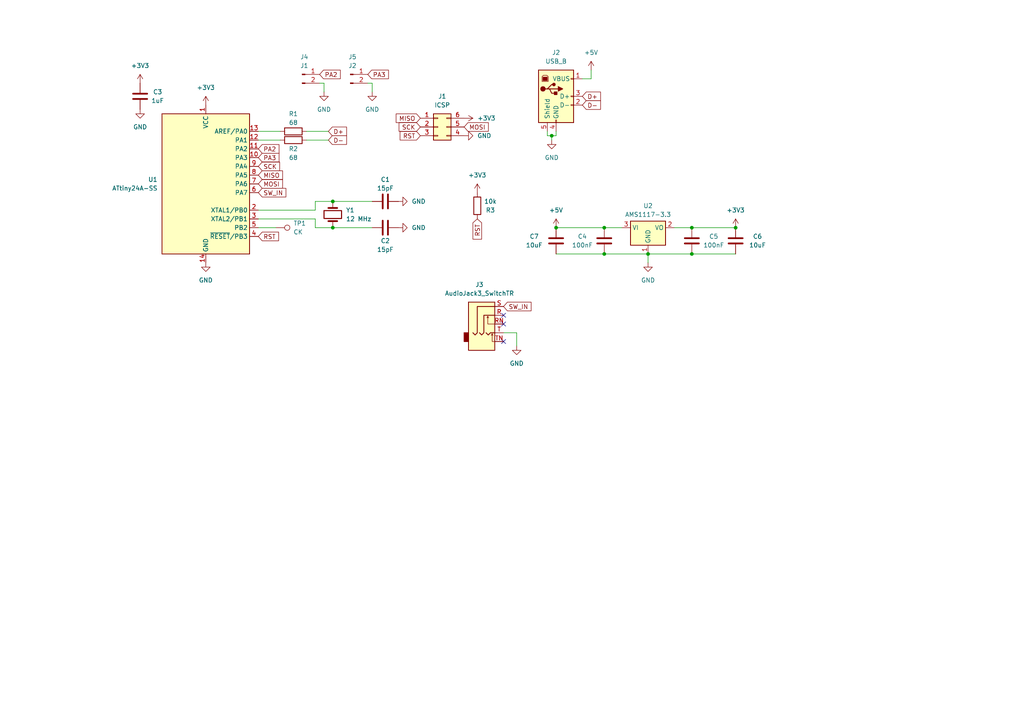
<source format=kicad_sch>
(kicad_sch (version 20230121) (generator eeschema)
  (paper "A4")
  (lib_symbols
    (symbol "Connector:Conn_01x02_Pin" (pin_names (offset 1.016) hide)
      (property "Reference" "J" (at 0 2.54 0))
      (property "Value" "Conn_01x02_Pin" (at 0 -5.08 0))
      (symbol "Conn_01x02_Pin_1_1"
        (polyline (pts (xy 1.27 -2.54) (xy 0.8636 -2.54)) (stroke (width 0.1524)))
        (polyline (pts (xy 1.27 0) (xy 0.8636 0)) (stroke (width 0.1524)))
        (rectangle (start 0.8636 -2.413) (end 0 -2.667) (stroke (width 0.1524)) (fill (type outline)))
        (rectangle (start 0.8636 0.127) (end 0 -0.127) (stroke (width 0.1524)) (fill (type outline)))
        (pin passive line (at 5.08 0 180) (length 3.81) (name "Pin_1") (number "1"))
        (pin passive line (at 5.08 -2.54 180) (length 3.81) (name "Pin_2") (number "2"))
      )
    )
    (symbol "Connector:TestPoint" (pin_numbers hide) (pin_names (offset 0.762) hide)
      (property "Reference" "TP" (at 0 6.858 0))
      (property "Value" "TestPoint" (at 0 5.08 0))
      (symbol "TestPoint_0_1"
        (circle (center 0 3.302) (radius 0.762))
      )
      (symbol "TestPoint_1_1"
        (pin passive line (at 0 0 90) (length 2.54) (name "1") (number "1"))
      )
    )
    (symbol "Connector:USB_B" (pin_names (offset 1.016))
      (property "Reference" "J" (at -5.08 11.43 0))
      (property "Value" "USB_B" (at -5.08 8.89 0))
      (symbol "USB_B_0_1"
        (rectangle (start -5.08 -7.62) (end 5.08 7.62) (stroke (width 0.254)) (fill (type background)))
        (circle (center -3.81 2.159) (radius 0.635) (stroke (width 0.254)) (fill (type outline)))
        (rectangle (start -3.81 5.588) (end -2.54 4.572) (fill (type outline)))
        (circle (center -0.635 3.429) (radius 0.381) (stroke (width 0.254)) (fill (type outline)))
        (rectangle (start -0.127 -7.62) (end 0.127 -6.858))
        (polyline (pts (xy -1.905 2.159) (xy 0.635 2.159)) (stroke (width 0.254)))
        (polyline (pts (xy -3.175 2.159) (xy -2.54 2.159) (xy -1.27 3.429) (xy -0.635 3.429)) (stroke (width 0.254)))
        (polyline (pts (xy -2.54 2.159) (xy -1.905 2.159) (xy -1.27 0.889) (xy 0 0.889)) (stroke (width 0.254)))
        (polyline (pts (xy 0.635 2.794) (xy 0.635 1.524) (xy 1.905 2.159) (xy 0.635 2.794)) (stroke (width 0.254)) (fill (type outline)))
        (polyline (pts (xy -4.064 4.318) (xy -2.286 4.318) (xy -2.286 5.715) (xy -2.667 6.096) (xy -3.683 6.096) (xy -4.064 5.715) (xy -4.064 4.318)))
        (rectangle (start 0.254 1.27) (end -0.508 0.508) (stroke (width 0.254)) (fill (type outline)))
        (rectangle (start 5.08 -2.667) (end 4.318 -2.413))
        (rectangle (start 5.08 -0.127) (end 4.318 0.127))
        (rectangle (start 5.08 4.953) (end 4.318 5.207))
      )
      (symbol "USB_B_1_1"
        (pin power_out line (at 7.62 5.08 180) (length 2.54) (name "VBUS") (number "1"))
        (pin bidirectional line (at 7.62 -2.54 180) (length 2.54) (name "D-") (number "2"))
        (pin bidirectional line (at 7.62 0 180) (length 2.54) (name "D+") (number "3"))
        (pin power_out line (at 0 -10.16 90) (length 2.54) (name "GND") (number "4"))
        (pin passive line (at -2.54 -10.16 90) (length 2.54) (name "Shield") (number "5"))
      )
    )
    (symbol "Connector_Audio:AudioJack3_SwitchTR"
      (property "Reference" "J" (at 0 8.89 0))
      (property "Value" "AudioJack3_SwitchTR" (at 0 6.35 0))
      (symbol "AudioJack3_SwitchTR_0_1"
        (rectangle (start -5.08 -5.08) (end -6.35 -7.62) (stroke (width 0.254)) (fill (type outline)))
        (polyline (pts (xy 0.508 -0.254) (xy 0.762 -0.762)))
        (polyline (pts (xy 1.778 -5.334) (xy 2.032 -5.842)))
        (polyline (pts (xy 0 -5.08) (xy 0.635 -5.715) (xy 1.27 -5.08) (xy 2.54 -5.08)) (stroke (width 0.254)))
        (polyline (pts (xy 2.54 -7.62) (xy 1.778 -7.62) (xy 1.778 -5.334) (xy 1.524 -5.842)))
        (polyline (pts (xy 2.54 -2.54) (xy 0.508 -2.54) (xy 0.508 -0.254) (xy 0.254 -0.762)))
        (polyline (pts (xy -1.905 -5.08) (xy -1.27 -5.715) (xy -0.635 -5.08) (xy -0.635 0) (xy 2.54 0)) (stroke (width 0.254)))
        (polyline (pts (xy 2.54 2.54) (xy -2.54 2.54) (xy -2.54 -5.08) (xy -3.175 -5.715) (xy -3.81 -5.08)) (stroke (width 0.254)))
        (rectangle (start 2.54 3.81) (end -5.08 -10.16) (stroke (width 0.254)) (fill (type background)))
      )
      (symbol "AudioJack3_SwitchTR_1_1"
        (pin passive line (at 5.08 0 180) (length 2.54) (name "~") (number "R"))
        (pin passive line (at 5.08 -2.54 180) (length 2.54) (name "~") (number "RN"))
        (pin passive line (at 5.08 2.54 180) (length 2.54) (name "~") (number "S"))
        (pin passive line (at 5.08 -5.08 180) (length 2.54) (name "~") (number "T"))
        (pin passive line (at 5.08 -7.62 180) (length 2.54) (name "~") (number "TN"))
      )
    )
    (symbol "Connector_Generic:Conn_02x03_Counter_Clockwise" (pin_names (offset 1.016) hide)
      (property "Reference" "J" (at 1.27 5.08 0))
      (property "Value" "Conn_02x03_Counter_Clockwise" (at 1.27 -5.08 0))
      (symbol "Conn_02x03_Counter_Clockwise_1_1"
        (rectangle (start -1.27 -2.413) (end 0 -2.667) (stroke (width 0.1524)))
        (rectangle (start -1.27 0.127) (end 0 -0.127) (stroke (width 0.1524)))
        (rectangle (start -1.27 2.667) (end 0 2.413) (stroke (width 0.1524)))
        (rectangle (start -1.27 3.81) (end 3.81 -3.81) (stroke (width 0.254)) (fill (type background)))
        (rectangle (start 3.81 -2.413) (end 2.54 -2.667) (stroke (width 0.1524)))
        (rectangle (start 3.81 0.127) (end 2.54 -0.127) (stroke (width 0.1524)))
        (rectangle (start 3.81 2.667) (end 2.54 2.413) (stroke (width 0.1524)))
        (pin passive line (at -5.08 2.54 0) (length 3.81) (name "Pin_1") (number "1"))
        (pin passive line (at -5.08 0 0) (length 3.81) (name "Pin_2") (number "2"))
        (pin passive line (at -5.08 -2.54 0) (length 3.81) (name "Pin_3") (number "3"))
        (pin passive line (at 7.62 -2.54 180) (length 3.81) (name "Pin_4") (number "4"))
        (pin passive line (at 7.62 0 180) (length 3.81) (name "Pin_5") (number "5"))
        (pin passive line (at 7.62 2.54 180) (length 3.81) (name "Pin_6") (number "6"))
      )
    )
    (symbol "Custom:Crystal" (pin_numbers hide) (pin_names (offset 1.016) hide)
      (property "Reference" "Y2" (at -8.89 -1.27 90))
      (property "Value" "12 MHz" (at -6.35 -3.81 90))
      (symbol "Crystal_0_1"
        (rectangle (start -1.143 2.54) (end 1.143 -2.54) (stroke (width 0.3048)))
        (polyline (pts (xy -2.54 0) (xy -1.905 0)))
        (polyline (pts (xy -1.905 -1.27) (xy -1.905 1.27)) (stroke (width 0.508)))
        (polyline (pts (xy 1.905 -1.27) (xy 1.905 1.27)) (stroke (width 0.508)))
        (polyline (pts (xy 2.54 0) (xy 1.905 0)))
      )
      (symbol "Crystal_1_1"
        (pin passive line (at -3.81 0 0) (length 1.27) (name "1") (number "1"))
        (pin passive line (at 3.81 0 180) (length 1.27) (name "3") (number "3"))
      )
    )
    (symbol "Device:C" (pin_numbers hide) (pin_names (offset 0.254))
      (property "Reference" "C" (at 0.635 2.54 0))
      (property "Value" "C" (at 0.635 -2.54 0))
      (symbol "C_0_1"
        (polyline (pts (xy -2.032 -0.762) (xy 2.032 -0.762)) (stroke (width 0.508)))
        (polyline (pts (xy -2.032 0.762) (xy 2.032 0.762)) (stroke (width 0.508)))
      )
      (symbol "C_1_1"
        (pin passive line (at 0 3.81 270) (length 2.794) (name "~") (number "1"))
        (pin passive line (at 0 -3.81 90) (length 2.794) (name "~") (number "2"))
      )
    )
    (symbol "Device:R" (pin_numbers hide) (pin_names (offset 0))
      (property "Reference" "R" (at 2.032 0 90))
      (property "Value" "R" (at 0 0 90))
      (symbol "R_0_1"
        (rectangle (start -1.016 -2.54) (end 1.016 2.54) (stroke (width 0.254)))
      )
      (symbol "R_1_1"
        (pin passive line (at 0 3.81 270) (length 1.27) (name "~") (number "1"))
        (pin passive line (at 0 -3.81 90) (length 1.27) (name "~") (number "2"))
      )
    )
    (symbol "MCU_Microchip_ATtiny:ATtiny24A-SS"
      (property "Reference" "U" (at -12.7 21.59 0))
      (property "Value" "ATtiny24A-SS" (at 2.54 -21.59 0))
      (symbol "ATtiny24A-SS_0_1"
        (rectangle (start -12.7 -20.32) (end 12.7 20.32) (stroke (width 0.254)) (fill (type background)))
      )
      (symbol "ATtiny24A-SS_1_1"
        (pin power_in line (at 0 22.86 270) (length 2.54) (name "VCC") (number "1"))
        (pin bidirectional line (at 15.24 7.62 180) (length 2.54) (name "PA3") (number "10"))
        (pin bidirectional line (at 15.24 10.16 180) (length 2.54) (name "PA2") (number "11"))
        (pin bidirectional line (at 15.24 12.7 180) (length 2.54) (name "PA1") (number "12"))
        (pin bidirectional line (at 15.24 15.24 180) (length 2.54) (name "AREF/PA0") (number "13"))
        (pin power_in line (at 0 -22.86 90) (length 2.54) (name "GND") (number "14"))
        (pin bidirectional line (at 15.24 -7.62 180) (length 2.54) (name "XTAL1/PB0") (number "2"))
        (pin bidirectional line (at 15.24 -10.16 180) (length 2.54) (name "XTAL2/PB1") (number "3"))
        (pin bidirectional line (at 15.24 -15.24 180) (length 2.54) (name "~{RESET}/PB3") (number "4"))
        (pin bidirectional line (at 15.24 -12.7 180) (length 2.54) (name "PB2") (number "5"))
        (pin bidirectional line (at 15.24 -2.54 180) (length 2.54) (name "PA7") (number "6"))
        (pin bidirectional line (at 15.24 0 180) (length 2.54) (name "PA6") (number "7"))
        (pin bidirectional line (at 15.24 2.54 180) (length 2.54) (name "PA5") (number "8"))
        (pin bidirectional line (at 15.24 5.08 180) (length 2.54) (name "PA4") (number "9"))
      )
    )
    (symbol "Regulator_Linear:AMS1117-3.3"
      (property "Reference" "U" (at -3.81 3.175 0))
      (property "Value" "AMS1117-3.3" (at 0 3.175 0))
      (symbol "AMS1117-3.3_0_1"
        (rectangle (start -5.08 -5.08) (end 5.08 1.905) (stroke (width 0.254)) (fill (type background)))
      )
      (symbol "AMS1117-3.3_1_1"
        (pin power_in line (at 0 -7.62 90) (length 2.54) (name "GND") (number "1"))
        (pin power_out line (at 7.62 0 180) (length 2.54) (name "VO") (number "2"))
        (pin power_in line (at -7.62 0 0) (length 2.54) (name "VI") (number "3"))
      )
    )
    (symbol "power:+3V3" (power) (pin_names (offset 0))
      (property "Value" "+3V3" (at 0 3.556 0))
      (symbol "+3V3_0_1"
        (polyline (pts (xy -0.762 1.27) (xy 0 2.54)))
        (polyline (pts (xy 0 0) (xy 0 2.54)))
        (polyline (pts (xy 0 2.54) (xy 0.762 1.27)))
      )
      (symbol "+3V3_1_1"
        (pin power_in line (at 0 0 90) (length 0) hide (name "+3V3") (number "1"))
      )
    )
    (symbol "power:+5V" (power) (pin_names (offset 0))
      (property "Value" "+5V" (at 0 3.556 0))
      (symbol "+5V_0_1"
        (polyline (pts (xy -0.762 1.27) (xy 0 2.54)))
        (polyline (pts (xy 0 0) (xy 0 2.54)))
        (polyline (pts (xy 0 2.54) (xy 0.762 1.27)))
      )
      (symbol "+5V_1_1"
        (pin power_in line (at 0 0 90) (length 0) hide (name "+5V") (number "1"))
      )
    )
    (symbol "power:GND" (power) (pin_names (offset 0))
      (property "Value" "GND" (at 0 -3.81 0))
      (symbol "GND_0_1"
        (polyline (pts (xy 0 0) (xy 0 -1.27) (xy 1.27 -1.27) (xy 0 -2.54) (xy -1.27 -1.27) (xy 0 -1.27)))
      )
      (symbol "GND_1_1"
        (pin power_in line (at 0 0 270) (length 0) hide (name "GND") (number "1"))
      )
    )
  )
  (junction (at 160.02 39.37))
  (junction (at 200.66 73.66))
  (junction (at 175.26 73.66))
  (junction (at 175.26 66.04))
  (junction (at 213.36 66.04))
  (junction (at 187.96 73.66))
  (junction (at 96.52 66.04))
  (junction (at 161.29 66.04))
  (junction (at 96.52 58.42))
  (junction (at 200.66 66.04))
  (no_connect (at 146.05 93.98))
  (no_connect (at 146.05 99.06))
  (no_connect (at 146.05 91.44))
  (wire (pts (xy 158.75 38.1) (xy 158.75 39.37)))
  (wire (pts (xy 187.96 73.66) (xy 200.66 73.66)))
  (wire (pts (xy 88.9 40.64) (xy 95.25 40.64)))
  (wire (pts (xy 91.44 60.96) (xy 91.44 58.42)))
  (wire (pts (xy 161.29 39.37) (xy 160.02 39.37)))
  (wire (pts (xy 158.75 39.37) (xy 160.02 39.37)))
  (wire (pts (xy 91.44 58.42) (xy 96.52 58.42)))
  (wire (pts (xy 171.45 22.86) (xy 168.91 22.86)))
  (wire (pts (xy 200.66 73.66) (xy 213.36 73.66)))
  (wire (pts (xy 175.26 66.04) (xy 180.34 66.04)))
  (wire (pts (xy 91.44 63.5) (xy 91.44 66.04)))
  (wire (pts (xy 74.93 63.5) (xy 91.44 63.5)))
  (wire (pts (xy 161.29 73.66) (xy 175.26 73.66)))
  (wire (pts (xy 96.52 66.04) (xy 91.44 66.04)))
  (wire (pts (xy 88.9 38.1) (xy 95.25 38.1)))
  (wire (pts (xy 161.29 38.1) (xy 161.29 39.37)))
  (wire (pts (xy 93.98 26.67) (xy 93.98 24.13)))
  (wire (pts (xy 93.98 24.13) (xy 92.71 24.13)))
  (wire (pts (xy 149.86 96.52) (xy 149.86 100.33)))
  (wire (pts (xy 80.01 66.04) (xy 74.93 66.04)))
  (wire (pts (xy 107.95 24.13) (xy 107.95 26.67)))
  (wire (pts (xy 106.68 24.13) (xy 107.95 24.13)))
  (wire (pts (xy 74.93 40.64) (xy 81.28 40.64)))
  (wire (pts (xy 200.66 66.04) (xy 213.36 66.04)))
  (wire (pts (xy 160.02 39.37) (xy 160.02 40.64)))
  (wire (pts (xy 187.96 73.66) (xy 187.96 76.2)))
  (wire (pts (xy 195.58 66.04) (xy 200.66 66.04)))
  (wire (pts (xy 96.52 66.04) (xy 107.95 66.04)))
  (wire (pts (xy 96.52 58.42) (xy 107.95 58.42)))
  (wire (pts (xy 175.26 73.66) (xy 187.96 73.66)))
  (wire (pts (xy 171.45 20.32) (xy 171.45 22.86)))
  (wire (pts (xy 146.05 96.52) (xy 149.86 96.52)))
  (wire (pts (xy 161.29 66.04) (xy 175.26 66.04)))
  (wire (pts (xy 74.93 38.1) (xy 81.28 38.1)))
  (wire (pts (xy 74.93 60.96) (xy 91.44 60.96)))
  (global_label "SW_IN" (shape input) (at 146.05 88.9 0) (property "Intersheetrefs" "${INTERSHEET_REFS}" (effects hide)))
  (global_label "D-" (shape input) (at 95.25 40.64 0) (property "Intersheetrefs" "${INTERSHEET_REFS}" (effects hide)))
  (global_label "MOSI" (shape input) (at 74.93 53.34 0) (property "Intersheetrefs" "${INTERSHEET_REFS}" (effects hide)))
  (global_label "MOSI" (shape input) (at 134.62 36.83 0) (property "Intersheetrefs" "${INTERSHEET_REFS}" (effects hide)))
  (global_label "MISO" (shape input) (at 121.92 34.29 180) (property "Intersheetrefs" "${INTERSHEET_REFS}" (effects hide)))
  (global_label "SCK" (shape input) (at 121.92 36.83 180) (property "Intersheetrefs" "${INTERSHEET_REFS}" (effects hide)))
  (global_label "PA3" (shape input) (at 106.68 21.59 0) (property "Intersheetrefs" "${INTERSHEET_REFS}" (effects hide)))
  (global_label "D-" (shape input) (at 168.91 30.48 0) (property "Intersheetrefs" "${INTERSHEET_REFS}" (effects hide)))
  (global_label "RST" (shape input) (at 138.43 63.5 270) (property "Intersheetrefs" "${INTERSHEET_REFS}" (effects hide)))
  (global_label "SW_IN" (shape input) (at 74.93 55.88 0) (property "Intersheetrefs" "${INTERSHEET_REFS}" (effects hide)))
  (global_label "RST" (shape input) (at 74.93 68.58 0) (property "Intersheetrefs" "${INTERSHEET_REFS}" (effects hide)))
  (global_label "PA3" (shape input) (at 74.93 45.72 0) (property "Intersheetrefs" "${INTERSHEET_REFS}" (effects hide)))
  (global_label "SCK" (shape input) (at 74.93 48.26 0) (property "Intersheetrefs" "${INTERSHEET_REFS}" (effects hide)))
  (global_label "D+" (shape input) (at 95.25 38.1 0) (property "Intersheetrefs" "${INTERSHEET_REFS}" (effects hide)))
  (global_label "RST" (shape input) (at 121.92 39.37 180) (property "Intersheetrefs" "${INTERSHEET_REFS}" (effects hide)))
  (global_label "PA2" (shape input) (at 92.71 21.59 0) (property "Intersheetrefs" "${INTERSHEET_REFS}" (effects hide)))
  (global_label "D+" (shape input) (at 168.91 27.94 0) (property "Intersheetrefs" "${INTERSHEET_REFS}" (effects hide)))
  (global_label "MISO" (shape input) (at 74.93 50.8 0) (property "Intersheetrefs" "${INTERSHEET_REFS}" (effects hide)))
  (global_label "PA2" (shape input) (at 74.93 43.18 0) (property "Intersheetrefs" "${INTERSHEET_REFS}" (effects hide)))
  (symbol (lib_id "power:GND") (at 59.69 76.2 0) (unit 1)
    (property "Reference" "#PWR01" (effects hide))
    (property "Value" "GND" (at 59.69 81.28 0))
  )
  (symbol (lib_id "power:GND") (at 187.96 76.2 0) (unit 1)
    (property "Reference" "#PWR012" (effects hide))
    (property "Value" "GND" (at 187.96 81.28 0))
  )
  (symbol (lib_id "Device:C") (at 111.76 66.04 90) (unit 1)
    (property "Reference" "C2" (at 111.76 69.85 90))
    (property "Value" "15pF" (at 111.76 72.39 90))
    (property "Footprint" "Capacitor_SMD:C_0805_2012Metric_Pad1.18x1.45mm_HandSolder" (effects hide))
  )
  (symbol (lib_id "Device:R") (at 85.09 40.64 90) (unit 1)
    (property "Reference" "R2" (at 85.09 43.18 90))
    (property "Value" "68" (at 85.09 45.72 90))
    (property "Footprint" "Resistor_SMD:R_0805_2012Metric_Pad1.20x1.40mm_HandSolder" (effects hide))
  )
  (symbol (lib_id "power:+3V3") (at 40.64 24.13 0) (unit 1)
    (property "Reference" "#PWR08" (effects hide))
    (property "Value" "+3V3" (at 40.64 19.05 0))
  )
  (symbol (lib_id "power:+5V") (at 171.45 20.32 0) (unit 1)
    (property "Reference" "#PWR011" (effects hide))
    (property "Value" "+5V" (at 171.45 15.24 0))
  )
  (symbol (lib_id "Connector:Conn_01x02_Pin") (at 101.6 21.59 0) (unit 1)
    (property "Reference" "J5" (at 102.235 16.51 0))
    (property "Value" "J2" (at 102.235 19.05 0))
    (property "Footprint" "Connector_PinHeader_2.54mm:PinHeader_1x02_P2.54mm_Vertical" (effects hide))
  )
  (symbol (lib_id "power:GND") (at 93.98 26.67 0) (unit 1)
    (property "Reference" "#PWR016" (effects hide))
    (property "Value" "GND" (at 93.98 31.75 0))
  )
  (symbol (lib_id "power:GND") (at 40.64 31.75 0) (unit 1)
    (property "Reference" "#PWR09" (effects hide))
    (property "Value" "GND" (at 40.64 36.83 0))
  )
  (symbol (lib_id "Device:R") (at 138.43 59.69 180) (unit 1)
    (property "Reference" "R3" (at 142.24 60.96 0))
    (property "Value" "10k" (at 142.24 58.42 0))
    (property "Footprint" "Resistor_SMD:R_0805_2012Metric_Pad1.20x1.40mm_HandSolder" (effects hide))
  )
  (symbol (lib_id "power:GND") (at 115.57 58.42 90) (unit 1)
    (property "Reference" "#PWR03" (effects hide))
    (property "Value" "GND" (at 119.38 58.42 90) (effects (justify right)))
  )
  (symbol (lib_id "power:GND") (at 134.62 39.37 90) (unit 1)
    (property "Reference" "#PWR06" (effects hide))
    (property "Value" "GND" (at 138.43 39.37 90) (effects (justify right)))
  )
  (symbol (lib_id "Connector:USB_B") (at 161.29 27.94 0) (unit 1)
    (property "Reference" "J2" (at 161.29 15.24 0))
    (property "Value" "USB_B" (at 161.29 17.78 0))
    (property "Footprint" "Connector_USB:USB_B_Lumberg_2411_02_Horizontal" (effects hide))
    (property "Datasheet" " ~" (effects hide))
  )
  (symbol (lib_id "Device:C") (at 111.76 58.42 90) (unit 1)
    (property "Reference" "C1" (at 111.76 52.07 90))
    (property "Value" "15pF" (at 111.76 54.61 90))
    (property "Footprint" "Capacitor_SMD:C_0805_2012Metric_Pad1.18x1.45mm_HandSolder" (effects hide))
  )
  (symbol (lib_id "Device:C") (at 200.66 69.85 0) (unit 1)
    (property "Reference" "C5" (at 207.01 68.58 0))
    (property "Value" "100nF" (at 207.01 71.12 0))
    (property "Footprint" "Capacitor_SMD:C_0805_2012Metric_Pad1.18x1.45mm_HandSolder" (effects hide))
  )
  (symbol (lib_id "Device:C") (at 161.29 69.85 0) (unit 1)
    (property "Reference" "C7" (at 154.94 68.58 0))
    (property "Value" "10uF" (at 154.94 71.12 0))
    (property "Footprint" "Capacitor_SMD:C_0805_2012Metric_Pad1.18x1.45mm_HandSolder" (effects hide))
  )
  (symbol (lib_id "power:GND") (at 107.95 26.67 0) (unit 1)
    (property "Reference" "#PWR017" (effects hide))
    (property "Value" "GND" (at 107.95 31.75 0))
  )
  (symbol (lib_id "Connector_Generic:Conn_02x03_Counter_Clockwise") (at 127 36.83 0) (unit 1)
    (property "Reference" "J1" (at 128.27 27.94 0))
    (property "Value" "ICSP" (at 128.27 30.48 0))
    (property "Footprint" "Connector_PinHeader_2.54mm:PinHeader_1x06_P2.54mm_Vertical" (effects hide))
  )
  (symbol (lib_id "Connector:Conn_01x02_Pin") (at 87.63 21.59 0) (unit 1)
    (property "Reference" "J4" (at 88.265 16.51 0))
    (property "Value" "J1" (at 88.265 19.05 0))
    (property "Footprint" "Connector_PinHeader_2.54mm:PinHeader_1x02_P2.54mm_Vertical" (effects hide))
  )
  (symbol (lib_id "Device:C") (at 213.36 69.85 0) (unit 1)
    (property "Reference" "C6" (at 219.71 68.58 0))
    (property "Value" "10uF" (at 219.71 71.12 0))
    (property "Footprint" "Capacitor_SMD:C_0805_2012Metric_Pad1.18x1.45mm_HandSolder" (effects hide))
  )
  (symbol (lib_id "power:+3V3") (at 138.43 55.88 0) (unit 1)
    (property "Reference" "#PWR07" (effects hide))
    (property "Value" "+3V3" (at 138.43 50.8 0))
  )
  (symbol (lib_id "Connector_Audio:AudioJack3_SwitchTR") (at 140.97 91.44 0) (unit 1)
    (property "Reference" "J3" (at 139.065 82.55 0))
    (property "Value" "AudioJack3_SwitchTR" (at 139.065 85.09 0))
    (property "Footprint" "Connector_Audio:Jack_3.5mm_Ledino_KB3SPRS_Horizontal" (effects hide))
  )
  (symbol (lib_id "Device:R") (at 85.09 38.1 90) (unit 1)
    (property "Reference" "R1" (at 85.09 33.02 90))
    (property "Value" "68" (at 85.09 35.56 90))
    (property "Footprint" "Resistor_SMD:R_0805_2012Metric_Pad1.20x1.40mm_HandSolder" (effects hide))
  )
  (symbol (lib_id "power:GND") (at 149.86 100.33 0) (unit 1)
    (property "Reference" "#PWR015" (effects hide))
    (property "Value" "GND" (at 149.86 105.41 0))
  )
  (symbol (lib_id "power:+3V3") (at 213.36 66.04 0) (unit 1)
    (property "Reference" "#PWR014" (effects hide))
    (property "Value" "+3V3" (at 213.36 60.96 0))
  )
  (symbol (lib_id "Custom:Crystal") (at 96.52 62.23 90) (unit 1)
    (property "Reference" "Y1" (at 100.33 60.96 90) (effects (justify right)))
    (property "Value" "12 MHz" (at 100.33 63.5 90) (effects (justify right)))
    (property "Footprint" "Crystal:Crystal_SMD_3225-4Pin_3.2x2.5mm" (effects hide))
  )
  (symbol (lib_id "Device:C") (at 175.26 69.85 0) (unit 1)
    (property "Reference" "C4" (at 168.91 68.58 0))
    (property "Value" "100nF" (at 168.91 71.12 0))
    (property "Footprint" "Capacitor_SMD:C_0805_2012Metric_Pad1.18x1.45mm_HandSolder" (effects hide))
  )
  (symbol (lib_id "Device:C") (at 40.64 27.94 0) (unit 1)
    (property "Reference" "C3" (at 45.72 26.67 0))
    (property "Value" "1uF" (at 45.72 29.21 0))
    (property "Footprint" "Capacitor_SMD:C_0805_2012Metric_Pad1.18x1.45mm_HandSolder" (effects hide))
  )
  (symbol (lib_id "power:+5V") (at 161.29 66.04 0) (unit 1)
    (property "Reference" "#PWR013" (effects hide))
    (property "Value" "+5V" (at 161.29 60.96 0))
  )
  (symbol (lib_id "Connector:TestPoint") (at 80.01 66.04 270) (unit 1)
    (property "Reference" "TP1" (at 85.09 64.77 90) (effects (justify left)))
    (property "Value" "CK" (at 85.09 67.31 90) (effects (justify left)))
    (property "Footprint" "TestPoint:TestPoint_Pad_1.5x1.5mm" (effects hide))
  )
  (symbol (lib_id "power:GND") (at 115.57 66.04 90) (unit 1)
    (property "Reference" "#PWR04" (effects hide))
    (property "Value" "GND" (at 119.38 66.04 90) (effects (justify right)))
  )
  (symbol (lib_id "Regulator_Linear:AMS1117-3.3") (at 187.96 66.04 0) (unit 1)
    (property "Reference" "U2" (at 187.96 59.69 0))
    (property "Value" "AMS1117-3.3" (at 187.96 62.23 0))
    (property "Footprint" "Package_TO_SOT_SMD:SOT-223-3_TabPin2" (effects hide))
    (property "Datasheet" "http://www.advanced-monolithic.com/pdf/ds1117.pdf" (effects hide))
  )
  (symbol (lib_id "MCU_Microchip_ATtiny:ATtiny24A-SS") (at 59.69 53.34 0) (unit 1)
    (property "Reference" "U1" (at 45.72 52.07 0) (effects (justify right)))
    (property "Value" "ATtiny24A-SS" (at 45.72 54.61 0) (effects (justify right)))
    (property "Footprint" "Package_SO:SOIC-14_3.9x8.7mm_P1.27mm" (effects hide))
    (property "Datasheet" "http://ww1.microchip.com/downloads/en/DeviceDoc/doc8183.pdf" (effects hide))
  )
  (symbol (lib_id "power:GND") (at 160.02 40.64 0) (unit 1)
    (property "Reference" "#PWR010" (effects hide))
    (property "Value" "GND" (at 160.02 45.72 0))
  )
  (symbol (lib_id "power:+3V3") (at 59.69 30.48 0) (unit 1)
    (property "Reference" "#PWR02" (effects hide))
    (property "Value" "+3V3" (at 59.69 25.4 0))
  )
  (symbol (lib_id "power:+3V3") (at 134.62 34.29 270) (unit 1)
    (property "Reference" "#PWR05" (effects hide))
    (property "Value" "+3V3" (at 138.43 34.29 90) (effects (justify left)))
  )
)
</source>
